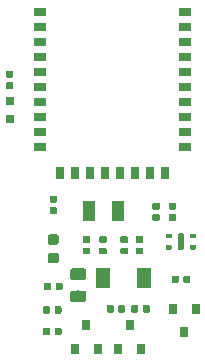
<source format=gbr>
G04 #@! TF.GenerationSoftware,KiCad,Pcbnew,(5.1.2-1)-1*
G04 #@! TF.CreationDate,2021-09-30T18:50:00+02:00*
G04 #@! TF.ProjectId,parasite,70617261-7369-4746-952e-6b696361645f,1.2.0*
G04 #@! TF.SameCoordinates,Original*
G04 #@! TF.FileFunction,Paste,Top*
G04 #@! TF.FilePolarity,Positive*
%FSLAX46Y46*%
G04 Gerber Fmt 4.6, Leading zero omitted, Abs format (unit mm)*
G04 Created by KiCad (PCBNEW (5.1.2-1)-1) date 2021-09-30 18:50:00*
%MOMM*%
%LPD*%
G04 APERTURE LIST*
%ADD10R,1.000000X0.650000*%
%ADD11R,0.650000X1.000000*%
%ADD12R,0.800000X0.800000*%
%ADD13C,0.100000*%
%ADD14C,0.590000*%
%ADD15C,0.500000*%
%ADD16C,0.350000*%
%ADD17R,1.000000X1.800000*%
%ADD18R,0.800000X0.900000*%
%ADD19C,0.875000*%
%ADD20C,0.975000*%
%ADD21R,1.300000X1.700000*%
G04 APERTURE END LIST*
D10*
X60881000Y-42600000D03*
X60881000Y-41330000D03*
X60881000Y-40060000D03*
X60881000Y-38790000D03*
X60881000Y-37520000D03*
X60881000Y-36250000D03*
X60881000Y-34980000D03*
X60881000Y-33710000D03*
X60881000Y-32440000D03*
X60881000Y-31170000D03*
X73119000Y-38790000D03*
X73119000Y-31170000D03*
X73119000Y-37520000D03*
X73119000Y-32440000D03*
X73119000Y-33710000D03*
X73119000Y-34980000D03*
X73119000Y-40060000D03*
X73119000Y-36250000D03*
X73119000Y-41330000D03*
X73119000Y-42600000D03*
D11*
X70150000Y-44819000D03*
X62530000Y-44819000D03*
X68880000Y-44819000D03*
X63800000Y-44819000D03*
X65070000Y-44819000D03*
X66340000Y-44819000D03*
X71420000Y-44819000D03*
X67610000Y-44819000D03*
D12*
X58300000Y-40200000D03*
X58300000Y-38700000D03*
D13*
G36*
X58486958Y-36135710D02*
G01*
X58501276Y-36137834D01*
X58515317Y-36141351D01*
X58528946Y-36146228D01*
X58542031Y-36152417D01*
X58554447Y-36159858D01*
X58566073Y-36168481D01*
X58576798Y-36178202D01*
X58586519Y-36188927D01*
X58595142Y-36200553D01*
X58602583Y-36212969D01*
X58608772Y-36226054D01*
X58613649Y-36239683D01*
X58617166Y-36253724D01*
X58619290Y-36268042D01*
X58620000Y-36282500D01*
X58620000Y-36577500D01*
X58619290Y-36591958D01*
X58617166Y-36606276D01*
X58613649Y-36620317D01*
X58608772Y-36633946D01*
X58602583Y-36647031D01*
X58595142Y-36659447D01*
X58586519Y-36671073D01*
X58576798Y-36681798D01*
X58566073Y-36691519D01*
X58554447Y-36700142D01*
X58542031Y-36707583D01*
X58528946Y-36713772D01*
X58515317Y-36718649D01*
X58501276Y-36722166D01*
X58486958Y-36724290D01*
X58472500Y-36725000D01*
X58127500Y-36725000D01*
X58113042Y-36724290D01*
X58098724Y-36722166D01*
X58084683Y-36718649D01*
X58071054Y-36713772D01*
X58057969Y-36707583D01*
X58045553Y-36700142D01*
X58033927Y-36691519D01*
X58023202Y-36681798D01*
X58013481Y-36671073D01*
X58004858Y-36659447D01*
X57997417Y-36647031D01*
X57991228Y-36633946D01*
X57986351Y-36620317D01*
X57982834Y-36606276D01*
X57980710Y-36591958D01*
X57980000Y-36577500D01*
X57980000Y-36282500D01*
X57980710Y-36268042D01*
X57982834Y-36253724D01*
X57986351Y-36239683D01*
X57991228Y-36226054D01*
X57997417Y-36212969D01*
X58004858Y-36200553D01*
X58013481Y-36188927D01*
X58023202Y-36178202D01*
X58033927Y-36168481D01*
X58045553Y-36159858D01*
X58057969Y-36152417D01*
X58071054Y-36146228D01*
X58084683Y-36141351D01*
X58098724Y-36137834D01*
X58113042Y-36135710D01*
X58127500Y-36135000D01*
X58472500Y-36135000D01*
X58486958Y-36135710D01*
X58486958Y-36135710D01*
G37*
D14*
X58300000Y-36430000D03*
D13*
G36*
X58486958Y-37105710D02*
G01*
X58501276Y-37107834D01*
X58515317Y-37111351D01*
X58528946Y-37116228D01*
X58542031Y-37122417D01*
X58554447Y-37129858D01*
X58566073Y-37138481D01*
X58576798Y-37148202D01*
X58586519Y-37158927D01*
X58595142Y-37170553D01*
X58602583Y-37182969D01*
X58608772Y-37196054D01*
X58613649Y-37209683D01*
X58617166Y-37223724D01*
X58619290Y-37238042D01*
X58620000Y-37252500D01*
X58620000Y-37547500D01*
X58619290Y-37561958D01*
X58617166Y-37576276D01*
X58613649Y-37590317D01*
X58608772Y-37603946D01*
X58602583Y-37617031D01*
X58595142Y-37629447D01*
X58586519Y-37641073D01*
X58576798Y-37651798D01*
X58566073Y-37661519D01*
X58554447Y-37670142D01*
X58542031Y-37677583D01*
X58528946Y-37683772D01*
X58515317Y-37688649D01*
X58501276Y-37692166D01*
X58486958Y-37694290D01*
X58472500Y-37695000D01*
X58127500Y-37695000D01*
X58113042Y-37694290D01*
X58098724Y-37692166D01*
X58084683Y-37688649D01*
X58071054Y-37683772D01*
X58057969Y-37677583D01*
X58045553Y-37670142D01*
X58033927Y-37661519D01*
X58023202Y-37651798D01*
X58013481Y-37641073D01*
X58004858Y-37629447D01*
X57997417Y-37617031D01*
X57991228Y-37603946D01*
X57986351Y-37590317D01*
X57982834Y-37576276D01*
X57980710Y-37561958D01*
X57980000Y-37547500D01*
X57980000Y-37252500D01*
X57980710Y-37238042D01*
X57982834Y-37223724D01*
X57986351Y-37209683D01*
X57991228Y-37196054D01*
X57997417Y-37182969D01*
X58004858Y-37170553D01*
X58013481Y-37158927D01*
X58023202Y-37148202D01*
X58033927Y-37138481D01*
X58045553Y-37129858D01*
X58057969Y-37122417D01*
X58071054Y-37116228D01*
X58084683Y-37111351D01*
X58098724Y-37107834D01*
X58113042Y-37105710D01*
X58127500Y-37105000D01*
X58472500Y-37105000D01*
X58486958Y-37105710D01*
X58486958Y-37105710D01*
G37*
D14*
X58300000Y-37400000D03*
D13*
G36*
X72937252Y-49900602D02*
G01*
X72949386Y-49902402D01*
X72961286Y-49905382D01*
X72972835Y-49909515D01*
X72983925Y-49914760D01*
X72994446Y-49921066D01*
X73004299Y-49928374D01*
X73013388Y-49936612D01*
X73021626Y-49945701D01*
X73028934Y-49955554D01*
X73035240Y-49966075D01*
X73040485Y-49977165D01*
X73044618Y-49988714D01*
X73047598Y-50000614D01*
X73049398Y-50012748D01*
X73050000Y-50025000D01*
X73050000Y-51175000D01*
X73049398Y-51187252D01*
X73047598Y-51199386D01*
X73044618Y-51211286D01*
X73040485Y-51222835D01*
X73035240Y-51233925D01*
X73028934Y-51244446D01*
X73021626Y-51254299D01*
X73013388Y-51263388D01*
X73004299Y-51271626D01*
X72994446Y-51278934D01*
X72983925Y-51285240D01*
X72972835Y-51290485D01*
X72961286Y-51294618D01*
X72949386Y-51297598D01*
X72937252Y-51299398D01*
X72925000Y-51300000D01*
X72675000Y-51300000D01*
X72662748Y-51299398D01*
X72650614Y-51297598D01*
X72638714Y-51294618D01*
X72627165Y-51290485D01*
X72616075Y-51285240D01*
X72605554Y-51278934D01*
X72595701Y-51271626D01*
X72586612Y-51263388D01*
X72578374Y-51254299D01*
X72571066Y-51244446D01*
X72564760Y-51233925D01*
X72559515Y-51222835D01*
X72555382Y-51211286D01*
X72552402Y-51199386D01*
X72550602Y-51187252D01*
X72550000Y-51175000D01*
X72550000Y-50025000D01*
X72550602Y-50012748D01*
X72552402Y-50000614D01*
X72555382Y-49988714D01*
X72559515Y-49977165D01*
X72564760Y-49966075D01*
X72571066Y-49955554D01*
X72578374Y-49945701D01*
X72586612Y-49936612D01*
X72595701Y-49928374D01*
X72605554Y-49921066D01*
X72616075Y-49914760D01*
X72627165Y-49909515D01*
X72638714Y-49905382D01*
X72650614Y-49902402D01*
X72662748Y-49900602D01*
X72675000Y-49900000D01*
X72925000Y-49900000D01*
X72937252Y-49900602D01*
X72937252Y-49900602D01*
G37*
D15*
X72800000Y-50600000D03*
D13*
G36*
X71971076Y-50925421D02*
G01*
X71979570Y-50926681D01*
X71987900Y-50928768D01*
X71995985Y-50931661D01*
X72003747Y-50935332D01*
X72011112Y-50939746D01*
X72018009Y-50944862D01*
X72024372Y-50950628D01*
X72030138Y-50956991D01*
X72035254Y-50963888D01*
X72039668Y-50971253D01*
X72043339Y-50979015D01*
X72046232Y-50987100D01*
X72048319Y-50995430D01*
X72049579Y-51003924D01*
X72050000Y-51012500D01*
X72050000Y-51187500D01*
X72049579Y-51196076D01*
X72048319Y-51204570D01*
X72046232Y-51212900D01*
X72043339Y-51220985D01*
X72039668Y-51228747D01*
X72035254Y-51236112D01*
X72030138Y-51243009D01*
X72024372Y-51249372D01*
X72018009Y-51255138D01*
X72011112Y-51260254D01*
X72003747Y-51264668D01*
X71995985Y-51268339D01*
X71987900Y-51271232D01*
X71979570Y-51273319D01*
X71971076Y-51274579D01*
X71962500Y-51275000D01*
X71587500Y-51275000D01*
X71578924Y-51274579D01*
X71570430Y-51273319D01*
X71562100Y-51271232D01*
X71554015Y-51268339D01*
X71546253Y-51264668D01*
X71538888Y-51260254D01*
X71531991Y-51255138D01*
X71525628Y-51249372D01*
X71519862Y-51243009D01*
X71514746Y-51236112D01*
X71510332Y-51228747D01*
X71506661Y-51220985D01*
X71503768Y-51212900D01*
X71501681Y-51204570D01*
X71500421Y-51196076D01*
X71500000Y-51187500D01*
X71500000Y-51012500D01*
X71500421Y-51003924D01*
X71501681Y-50995430D01*
X71503768Y-50987100D01*
X71506661Y-50979015D01*
X71510332Y-50971253D01*
X71514746Y-50963888D01*
X71519862Y-50956991D01*
X71525628Y-50950628D01*
X71531991Y-50944862D01*
X71538888Y-50939746D01*
X71546253Y-50935332D01*
X71554015Y-50931661D01*
X71562100Y-50928768D01*
X71570430Y-50926681D01*
X71578924Y-50925421D01*
X71587500Y-50925000D01*
X71962500Y-50925000D01*
X71971076Y-50925421D01*
X71971076Y-50925421D01*
G37*
D16*
X71775000Y-51100000D03*
D13*
G36*
X71971076Y-49925421D02*
G01*
X71979570Y-49926681D01*
X71987900Y-49928768D01*
X71995985Y-49931661D01*
X72003747Y-49935332D01*
X72011112Y-49939746D01*
X72018009Y-49944862D01*
X72024372Y-49950628D01*
X72030138Y-49956991D01*
X72035254Y-49963888D01*
X72039668Y-49971253D01*
X72043339Y-49979015D01*
X72046232Y-49987100D01*
X72048319Y-49995430D01*
X72049579Y-50003924D01*
X72050000Y-50012500D01*
X72050000Y-50187500D01*
X72049579Y-50196076D01*
X72048319Y-50204570D01*
X72046232Y-50212900D01*
X72043339Y-50220985D01*
X72039668Y-50228747D01*
X72035254Y-50236112D01*
X72030138Y-50243009D01*
X72024372Y-50249372D01*
X72018009Y-50255138D01*
X72011112Y-50260254D01*
X72003747Y-50264668D01*
X71995985Y-50268339D01*
X71987900Y-50271232D01*
X71979570Y-50273319D01*
X71971076Y-50274579D01*
X71962500Y-50275000D01*
X71587500Y-50275000D01*
X71578924Y-50274579D01*
X71570430Y-50273319D01*
X71562100Y-50271232D01*
X71554015Y-50268339D01*
X71546253Y-50264668D01*
X71538888Y-50260254D01*
X71531991Y-50255138D01*
X71525628Y-50249372D01*
X71519862Y-50243009D01*
X71514746Y-50236112D01*
X71510332Y-50228747D01*
X71506661Y-50220985D01*
X71503768Y-50212900D01*
X71501681Y-50204570D01*
X71500421Y-50196076D01*
X71500000Y-50187500D01*
X71500000Y-50012500D01*
X71500421Y-50003924D01*
X71501681Y-49995430D01*
X71503768Y-49987100D01*
X71506661Y-49979015D01*
X71510332Y-49971253D01*
X71514746Y-49963888D01*
X71519862Y-49956991D01*
X71525628Y-49950628D01*
X71531991Y-49944862D01*
X71538888Y-49939746D01*
X71546253Y-49935332D01*
X71554015Y-49931661D01*
X71562100Y-49928768D01*
X71570430Y-49926681D01*
X71578924Y-49925421D01*
X71587500Y-49925000D01*
X71962500Y-49925000D01*
X71971076Y-49925421D01*
X71971076Y-49925421D01*
G37*
D16*
X71775000Y-50100000D03*
D13*
G36*
X74021076Y-49925421D02*
G01*
X74029570Y-49926681D01*
X74037900Y-49928768D01*
X74045985Y-49931661D01*
X74053747Y-49935332D01*
X74061112Y-49939746D01*
X74068009Y-49944862D01*
X74074372Y-49950628D01*
X74080138Y-49956991D01*
X74085254Y-49963888D01*
X74089668Y-49971253D01*
X74093339Y-49979015D01*
X74096232Y-49987100D01*
X74098319Y-49995430D01*
X74099579Y-50003924D01*
X74100000Y-50012500D01*
X74100000Y-50187500D01*
X74099579Y-50196076D01*
X74098319Y-50204570D01*
X74096232Y-50212900D01*
X74093339Y-50220985D01*
X74089668Y-50228747D01*
X74085254Y-50236112D01*
X74080138Y-50243009D01*
X74074372Y-50249372D01*
X74068009Y-50255138D01*
X74061112Y-50260254D01*
X74053747Y-50264668D01*
X74045985Y-50268339D01*
X74037900Y-50271232D01*
X74029570Y-50273319D01*
X74021076Y-50274579D01*
X74012500Y-50275000D01*
X73637500Y-50275000D01*
X73628924Y-50274579D01*
X73620430Y-50273319D01*
X73612100Y-50271232D01*
X73604015Y-50268339D01*
X73596253Y-50264668D01*
X73588888Y-50260254D01*
X73581991Y-50255138D01*
X73575628Y-50249372D01*
X73569862Y-50243009D01*
X73564746Y-50236112D01*
X73560332Y-50228747D01*
X73556661Y-50220985D01*
X73553768Y-50212900D01*
X73551681Y-50204570D01*
X73550421Y-50196076D01*
X73550000Y-50187500D01*
X73550000Y-50012500D01*
X73550421Y-50003924D01*
X73551681Y-49995430D01*
X73553768Y-49987100D01*
X73556661Y-49979015D01*
X73560332Y-49971253D01*
X73564746Y-49963888D01*
X73569862Y-49956991D01*
X73575628Y-49950628D01*
X73581991Y-49944862D01*
X73588888Y-49939746D01*
X73596253Y-49935332D01*
X73604015Y-49931661D01*
X73612100Y-49928768D01*
X73620430Y-49926681D01*
X73628924Y-49925421D01*
X73637500Y-49925000D01*
X74012500Y-49925000D01*
X74021076Y-49925421D01*
X74021076Y-49925421D01*
G37*
D16*
X73825000Y-50100000D03*
D13*
G36*
X74021076Y-50925421D02*
G01*
X74029570Y-50926681D01*
X74037900Y-50928768D01*
X74045985Y-50931661D01*
X74053747Y-50935332D01*
X74061112Y-50939746D01*
X74068009Y-50944862D01*
X74074372Y-50950628D01*
X74080138Y-50956991D01*
X74085254Y-50963888D01*
X74089668Y-50971253D01*
X74093339Y-50979015D01*
X74096232Y-50987100D01*
X74098319Y-50995430D01*
X74099579Y-51003924D01*
X74100000Y-51012500D01*
X74100000Y-51187500D01*
X74099579Y-51196076D01*
X74098319Y-51204570D01*
X74096232Y-51212900D01*
X74093339Y-51220985D01*
X74089668Y-51228747D01*
X74085254Y-51236112D01*
X74080138Y-51243009D01*
X74074372Y-51249372D01*
X74068009Y-51255138D01*
X74061112Y-51260254D01*
X74053747Y-51264668D01*
X74045985Y-51268339D01*
X74037900Y-51271232D01*
X74029570Y-51273319D01*
X74021076Y-51274579D01*
X74012500Y-51275000D01*
X73637500Y-51275000D01*
X73628924Y-51274579D01*
X73620430Y-51273319D01*
X73612100Y-51271232D01*
X73604015Y-51268339D01*
X73596253Y-51264668D01*
X73588888Y-51260254D01*
X73581991Y-51255138D01*
X73575628Y-51249372D01*
X73569862Y-51243009D01*
X73564746Y-51236112D01*
X73560332Y-51228747D01*
X73556661Y-51220985D01*
X73553768Y-51212900D01*
X73551681Y-51204570D01*
X73550421Y-51196076D01*
X73550000Y-51187500D01*
X73550000Y-51012500D01*
X73550421Y-51003924D01*
X73551681Y-50995430D01*
X73553768Y-50987100D01*
X73556661Y-50979015D01*
X73560332Y-50971253D01*
X73564746Y-50963888D01*
X73569862Y-50956991D01*
X73575628Y-50950628D01*
X73581991Y-50944862D01*
X73588888Y-50939746D01*
X73596253Y-50935332D01*
X73604015Y-50931661D01*
X73612100Y-50928768D01*
X73620430Y-50926681D01*
X73628924Y-50925421D01*
X73637500Y-50925000D01*
X74012500Y-50925000D01*
X74021076Y-50925421D01*
X74021076Y-50925421D01*
G37*
D16*
X73825000Y-51100000D03*
D17*
X67500000Y-48000000D03*
X65000000Y-48000000D03*
D13*
G36*
X72286958Y-48275710D02*
G01*
X72301276Y-48277834D01*
X72315317Y-48281351D01*
X72328946Y-48286228D01*
X72342031Y-48292417D01*
X72354447Y-48299858D01*
X72366073Y-48308481D01*
X72376798Y-48318202D01*
X72386519Y-48328927D01*
X72395142Y-48340553D01*
X72402583Y-48352969D01*
X72408772Y-48366054D01*
X72413649Y-48379683D01*
X72417166Y-48393724D01*
X72419290Y-48408042D01*
X72420000Y-48422500D01*
X72420000Y-48717500D01*
X72419290Y-48731958D01*
X72417166Y-48746276D01*
X72413649Y-48760317D01*
X72408772Y-48773946D01*
X72402583Y-48787031D01*
X72395142Y-48799447D01*
X72386519Y-48811073D01*
X72376798Y-48821798D01*
X72366073Y-48831519D01*
X72354447Y-48840142D01*
X72342031Y-48847583D01*
X72328946Y-48853772D01*
X72315317Y-48858649D01*
X72301276Y-48862166D01*
X72286958Y-48864290D01*
X72272500Y-48865000D01*
X71927500Y-48865000D01*
X71913042Y-48864290D01*
X71898724Y-48862166D01*
X71884683Y-48858649D01*
X71871054Y-48853772D01*
X71857969Y-48847583D01*
X71845553Y-48840142D01*
X71833927Y-48831519D01*
X71823202Y-48821798D01*
X71813481Y-48811073D01*
X71804858Y-48799447D01*
X71797417Y-48787031D01*
X71791228Y-48773946D01*
X71786351Y-48760317D01*
X71782834Y-48746276D01*
X71780710Y-48731958D01*
X71780000Y-48717500D01*
X71780000Y-48422500D01*
X71780710Y-48408042D01*
X71782834Y-48393724D01*
X71786351Y-48379683D01*
X71791228Y-48366054D01*
X71797417Y-48352969D01*
X71804858Y-48340553D01*
X71813481Y-48328927D01*
X71823202Y-48318202D01*
X71833927Y-48308481D01*
X71845553Y-48299858D01*
X71857969Y-48292417D01*
X71871054Y-48286228D01*
X71884683Y-48281351D01*
X71898724Y-48277834D01*
X71913042Y-48275710D01*
X71927500Y-48275000D01*
X72272500Y-48275000D01*
X72286958Y-48275710D01*
X72286958Y-48275710D01*
G37*
D14*
X72100000Y-48570000D03*
D13*
G36*
X72286958Y-47305710D02*
G01*
X72301276Y-47307834D01*
X72315317Y-47311351D01*
X72328946Y-47316228D01*
X72342031Y-47322417D01*
X72354447Y-47329858D01*
X72366073Y-47338481D01*
X72376798Y-47348202D01*
X72386519Y-47358927D01*
X72395142Y-47370553D01*
X72402583Y-47382969D01*
X72408772Y-47396054D01*
X72413649Y-47409683D01*
X72417166Y-47423724D01*
X72419290Y-47438042D01*
X72420000Y-47452500D01*
X72420000Y-47747500D01*
X72419290Y-47761958D01*
X72417166Y-47776276D01*
X72413649Y-47790317D01*
X72408772Y-47803946D01*
X72402583Y-47817031D01*
X72395142Y-47829447D01*
X72386519Y-47841073D01*
X72376798Y-47851798D01*
X72366073Y-47861519D01*
X72354447Y-47870142D01*
X72342031Y-47877583D01*
X72328946Y-47883772D01*
X72315317Y-47888649D01*
X72301276Y-47892166D01*
X72286958Y-47894290D01*
X72272500Y-47895000D01*
X71927500Y-47895000D01*
X71913042Y-47894290D01*
X71898724Y-47892166D01*
X71884683Y-47888649D01*
X71871054Y-47883772D01*
X71857969Y-47877583D01*
X71845553Y-47870142D01*
X71833927Y-47861519D01*
X71823202Y-47851798D01*
X71813481Y-47841073D01*
X71804858Y-47829447D01*
X71797417Y-47817031D01*
X71791228Y-47803946D01*
X71786351Y-47790317D01*
X71782834Y-47776276D01*
X71780710Y-47761958D01*
X71780000Y-47747500D01*
X71780000Y-47452500D01*
X71780710Y-47438042D01*
X71782834Y-47423724D01*
X71786351Y-47409683D01*
X71791228Y-47396054D01*
X71797417Y-47382969D01*
X71804858Y-47370553D01*
X71813481Y-47358927D01*
X71823202Y-47348202D01*
X71833927Y-47338481D01*
X71845553Y-47329858D01*
X71857969Y-47322417D01*
X71871054Y-47316228D01*
X71884683Y-47311351D01*
X71898724Y-47307834D01*
X71913042Y-47305710D01*
X71927500Y-47305000D01*
X72272500Y-47305000D01*
X72286958Y-47305710D01*
X72286958Y-47305710D01*
G37*
D14*
X72100000Y-47600000D03*
D13*
G36*
X70886958Y-47305710D02*
G01*
X70901276Y-47307834D01*
X70915317Y-47311351D01*
X70928946Y-47316228D01*
X70942031Y-47322417D01*
X70954447Y-47329858D01*
X70966073Y-47338481D01*
X70976798Y-47348202D01*
X70986519Y-47358927D01*
X70995142Y-47370553D01*
X71002583Y-47382969D01*
X71008772Y-47396054D01*
X71013649Y-47409683D01*
X71017166Y-47423724D01*
X71019290Y-47438042D01*
X71020000Y-47452500D01*
X71020000Y-47747500D01*
X71019290Y-47761958D01*
X71017166Y-47776276D01*
X71013649Y-47790317D01*
X71008772Y-47803946D01*
X71002583Y-47817031D01*
X70995142Y-47829447D01*
X70986519Y-47841073D01*
X70976798Y-47851798D01*
X70966073Y-47861519D01*
X70954447Y-47870142D01*
X70942031Y-47877583D01*
X70928946Y-47883772D01*
X70915317Y-47888649D01*
X70901276Y-47892166D01*
X70886958Y-47894290D01*
X70872500Y-47895000D01*
X70527500Y-47895000D01*
X70513042Y-47894290D01*
X70498724Y-47892166D01*
X70484683Y-47888649D01*
X70471054Y-47883772D01*
X70457969Y-47877583D01*
X70445553Y-47870142D01*
X70433927Y-47861519D01*
X70423202Y-47851798D01*
X70413481Y-47841073D01*
X70404858Y-47829447D01*
X70397417Y-47817031D01*
X70391228Y-47803946D01*
X70386351Y-47790317D01*
X70382834Y-47776276D01*
X70380710Y-47761958D01*
X70380000Y-47747500D01*
X70380000Y-47452500D01*
X70380710Y-47438042D01*
X70382834Y-47423724D01*
X70386351Y-47409683D01*
X70391228Y-47396054D01*
X70397417Y-47382969D01*
X70404858Y-47370553D01*
X70413481Y-47358927D01*
X70423202Y-47348202D01*
X70433927Y-47338481D01*
X70445553Y-47329858D01*
X70457969Y-47322417D01*
X70471054Y-47316228D01*
X70484683Y-47311351D01*
X70498724Y-47307834D01*
X70513042Y-47305710D01*
X70527500Y-47305000D01*
X70872500Y-47305000D01*
X70886958Y-47305710D01*
X70886958Y-47305710D01*
G37*
D14*
X70700000Y-47600000D03*
D13*
G36*
X70886958Y-48275710D02*
G01*
X70901276Y-48277834D01*
X70915317Y-48281351D01*
X70928946Y-48286228D01*
X70942031Y-48292417D01*
X70954447Y-48299858D01*
X70966073Y-48308481D01*
X70976798Y-48318202D01*
X70986519Y-48328927D01*
X70995142Y-48340553D01*
X71002583Y-48352969D01*
X71008772Y-48366054D01*
X71013649Y-48379683D01*
X71017166Y-48393724D01*
X71019290Y-48408042D01*
X71020000Y-48422500D01*
X71020000Y-48717500D01*
X71019290Y-48731958D01*
X71017166Y-48746276D01*
X71013649Y-48760317D01*
X71008772Y-48773946D01*
X71002583Y-48787031D01*
X70995142Y-48799447D01*
X70986519Y-48811073D01*
X70976798Y-48821798D01*
X70966073Y-48831519D01*
X70954447Y-48840142D01*
X70942031Y-48847583D01*
X70928946Y-48853772D01*
X70915317Y-48858649D01*
X70901276Y-48862166D01*
X70886958Y-48864290D01*
X70872500Y-48865000D01*
X70527500Y-48865000D01*
X70513042Y-48864290D01*
X70498724Y-48862166D01*
X70484683Y-48858649D01*
X70471054Y-48853772D01*
X70457969Y-48847583D01*
X70445553Y-48840142D01*
X70433927Y-48831519D01*
X70423202Y-48821798D01*
X70413481Y-48811073D01*
X70404858Y-48799447D01*
X70397417Y-48787031D01*
X70391228Y-48773946D01*
X70386351Y-48760317D01*
X70382834Y-48746276D01*
X70380710Y-48731958D01*
X70380000Y-48717500D01*
X70380000Y-48422500D01*
X70380710Y-48408042D01*
X70382834Y-48393724D01*
X70386351Y-48379683D01*
X70391228Y-48366054D01*
X70397417Y-48352969D01*
X70404858Y-48340553D01*
X70413481Y-48328927D01*
X70423202Y-48318202D01*
X70433927Y-48308481D01*
X70445553Y-48299858D01*
X70457969Y-48292417D01*
X70471054Y-48286228D01*
X70484683Y-48281351D01*
X70498724Y-48277834D01*
X70513042Y-48275710D01*
X70527500Y-48275000D01*
X70872500Y-48275000D01*
X70886958Y-48275710D01*
X70886958Y-48275710D01*
G37*
D14*
X70700000Y-48570000D03*
D13*
G36*
X69486958Y-50135710D02*
G01*
X69501276Y-50137834D01*
X69515317Y-50141351D01*
X69528946Y-50146228D01*
X69542031Y-50152417D01*
X69554447Y-50159858D01*
X69566073Y-50168481D01*
X69576798Y-50178202D01*
X69586519Y-50188927D01*
X69595142Y-50200553D01*
X69602583Y-50212969D01*
X69608772Y-50226054D01*
X69613649Y-50239683D01*
X69617166Y-50253724D01*
X69619290Y-50268042D01*
X69620000Y-50282500D01*
X69620000Y-50577500D01*
X69619290Y-50591958D01*
X69617166Y-50606276D01*
X69613649Y-50620317D01*
X69608772Y-50633946D01*
X69602583Y-50647031D01*
X69595142Y-50659447D01*
X69586519Y-50671073D01*
X69576798Y-50681798D01*
X69566073Y-50691519D01*
X69554447Y-50700142D01*
X69542031Y-50707583D01*
X69528946Y-50713772D01*
X69515317Y-50718649D01*
X69501276Y-50722166D01*
X69486958Y-50724290D01*
X69472500Y-50725000D01*
X69127500Y-50725000D01*
X69113042Y-50724290D01*
X69098724Y-50722166D01*
X69084683Y-50718649D01*
X69071054Y-50713772D01*
X69057969Y-50707583D01*
X69045553Y-50700142D01*
X69033927Y-50691519D01*
X69023202Y-50681798D01*
X69013481Y-50671073D01*
X69004858Y-50659447D01*
X68997417Y-50647031D01*
X68991228Y-50633946D01*
X68986351Y-50620317D01*
X68982834Y-50606276D01*
X68980710Y-50591958D01*
X68980000Y-50577500D01*
X68980000Y-50282500D01*
X68980710Y-50268042D01*
X68982834Y-50253724D01*
X68986351Y-50239683D01*
X68991228Y-50226054D01*
X68997417Y-50212969D01*
X69004858Y-50200553D01*
X69013481Y-50188927D01*
X69023202Y-50178202D01*
X69033927Y-50168481D01*
X69045553Y-50159858D01*
X69057969Y-50152417D01*
X69071054Y-50146228D01*
X69084683Y-50141351D01*
X69098724Y-50137834D01*
X69113042Y-50135710D01*
X69127500Y-50135000D01*
X69472500Y-50135000D01*
X69486958Y-50135710D01*
X69486958Y-50135710D01*
G37*
D14*
X69300000Y-50430000D03*
D13*
G36*
X69486958Y-51105710D02*
G01*
X69501276Y-51107834D01*
X69515317Y-51111351D01*
X69528946Y-51116228D01*
X69542031Y-51122417D01*
X69554447Y-51129858D01*
X69566073Y-51138481D01*
X69576798Y-51148202D01*
X69586519Y-51158927D01*
X69595142Y-51170553D01*
X69602583Y-51182969D01*
X69608772Y-51196054D01*
X69613649Y-51209683D01*
X69617166Y-51223724D01*
X69619290Y-51238042D01*
X69620000Y-51252500D01*
X69620000Y-51547500D01*
X69619290Y-51561958D01*
X69617166Y-51576276D01*
X69613649Y-51590317D01*
X69608772Y-51603946D01*
X69602583Y-51617031D01*
X69595142Y-51629447D01*
X69586519Y-51641073D01*
X69576798Y-51651798D01*
X69566073Y-51661519D01*
X69554447Y-51670142D01*
X69542031Y-51677583D01*
X69528946Y-51683772D01*
X69515317Y-51688649D01*
X69501276Y-51692166D01*
X69486958Y-51694290D01*
X69472500Y-51695000D01*
X69127500Y-51695000D01*
X69113042Y-51694290D01*
X69098724Y-51692166D01*
X69084683Y-51688649D01*
X69071054Y-51683772D01*
X69057969Y-51677583D01*
X69045553Y-51670142D01*
X69033927Y-51661519D01*
X69023202Y-51651798D01*
X69013481Y-51641073D01*
X69004858Y-51629447D01*
X68997417Y-51617031D01*
X68991228Y-51603946D01*
X68986351Y-51590317D01*
X68982834Y-51576276D01*
X68980710Y-51561958D01*
X68980000Y-51547500D01*
X68980000Y-51252500D01*
X68980710Y-51238042D01*
X68982834Y-51223724D01*
X68986351Y-51209683D01*
X68991228Y-51196054D01*
X68997417Y-51182969D01*
X69004858Y-51170553D01*
X69013481Y-51158927D01*
X69023202Y-51148202D01*
X69033927Y-51138481D01*
X69045553Y-51129858D01*
X69057969Y-51122417D01*
X69071054Y-51116228D01*
X69084683Y-51111351D01*
X69098724Y-51107834D01*
X69113042Y-51105710D01*
X69127500Y-51105000D01*
X69472500Y-51105000D01*
X69486958Y-51105710D01*
X69486958Y-51105710D01*
G37*
D14*
X69300000Y-51400000D03*
D13*
G36*
X70031958Y-55980710D02*
G01*
X70046276Y-55982834D01*
X70060317Y-55986351D01*
X70073946Y-55991228D01*
X70087031Y-55997417D01*
X70099447Y-56004858D01*
X70111073Y-56013481D01*
X70121798Y-56023202D01*
X70131519Y-56033927D01*
X70140142Y-56045553D01*
X70147583Y-56057969D01*
X70153772Y-56071054D01*
X70158649Y-56084683D01*
X70162166Y-56098724D01*
X70164290Y-56113042D01*
X70165000Y-56127500D01*
X70165000Y-56472500D01*
X70164290Y-56486958D01*
X70162166Y-56501276D01*
X70158649Y-56515317D01*
X70153772Y-56528946D01*
X70147583Y-56542031D01*
X70140142Y-56554447D01*
X70131519Y-56566073D01*
X70121798Y-56576798D01*
X70111073Y-56586519D01*
X70099447Y-56595142D01*
X70087031Y-56602583D01*
X70073946Y-56608772D01*
X70060317Y-56613649D01*
X70046276Y-56617166D01*
X70031958Y-56619290D01*
X70017500Y-56620000D01*
X69722500Y-56620000D01*
X69708042Y-56619290D01*
X69693724Y-56617166D01*
X69679683Y-56613649D01*
X69666054Y-56608772D01*
X69652969Y-56602583D01*
X69640553Y-56595142D01*
X69628927Y-56586519D01*
X69618202Y-56576798D01*
X69608481Y-56566073D01*
X69599858Y-56554447D01*
X69592417Y-56542031D01*
X69586228Y-56528946D01*
X69581351Y-56515317D01*
X69577834Y-56501276D01*
X69575710Y-56486958D01*
X69575000Y-56472500D01*
X69575000Y-56127500D01*
X69575710Y-56113042D01*
X69577834Y-56098724D01*
X69581351Y-56084683D01*
X69586228Y-56071054D01*
X69592417Y-56057969D01*
X69599858Y-56045553D01*
X69608481Y-56033927D01*
X69618202Y-56023202D01*
X69628927Y-56013481D01*
X69640553Y-56004858D01*
X69652969Y-55997417D01*
X69666054Y-55991228D01*
X69679683Y-55986351D01*
X69693724Y-55982834D01*
X69708042Y-55980710D01*
X69722500Y-55980000D01*
X70017500Y-55980000D01*
X70031958Y-55980710D01*
X70031958Y-55980710D01*
G37*
D14*
X69870000Y-56300000D03*
D13*
G36*
X69061958Y-55980710D02*
G01*
X69076276Y-55982834D01*
X69090317Y-55986351D01*
X69103946Y-55991228D01*
X69117031Y-55997417D01*
X69129447Y-56004858D01*
X69141073Y-56013481D01*
X69151798Y-56023202D01*
X69161519Y-56033927D01*
X69170142Y-56045553D01*
X69177583Y-56057969D01*
X69183772Y-56071054D01*
X69188649Y-56084683D01*
X69192166Y-56098724D01*
X69194290Y-56113042D01*
X69195000Y-56127500D01*
X69195000Y-56472500D01*
X69194290Y-56486958D01*
X69192166Y-56501276D01*
X69188649Y-56515317D01*
X69183772Y-56528946D01*
X69177583Y-56542031D01*
X69170142Y-56554447D01*
X69161519Y-56566073D01*
X69151798Y-56576798D01*
X69141073Y-56586519D01*
X69129447Y-56595142D01*
X69117031Y-56602583D01*
X69103946Y-56608772D01*
X69090317Y-56613649D01*
X69076276Y-56617166D01*
X69061958Y-56619290D01*
X69047500Y-56620000D01*
X68752500Y-56620000D01*
X68738042Y-56619290D01*
X68723724Y-56617166D01*
X68709683Y-56613649D01*
X68696054Y-56608772D01*
X68682969Y-56602583D01*
X68670553Y-56595142D01*
X68658927Y-56586519D01*
X68648202Y-56576798D01*
X68638481Y-56566073D01*
X68629858Y-56554447D01*
X68622417Y-56542031D01*
X68616228Y-56528946D01*
X68611351Y-56515317D01*
X68607834Y-56501276D01*
X68605710Y-56486958D01*
X68605000Y-56472500D01*
X68605000Y-56127500D01*
X68605710Y-56113042D01*
X68607834Y-56098724D01*
X68611351Y-56084683D01*
X68616228Y-56071054D01*
X68622417Y-56057969D01*
X68629858Y-56045553D01*
X68638481Y-56033927D01*
X68648202Y-56023202D01*
X68658927Y-56013481D01*
X68670553Y-56004858D01*
X68682969Y-55997417D01*
X68696054Y-55991228D01*
X68709683Y-55986351D01*
X68723724Y-55982834D01*
X68738042Y-55980710D01*
X68752500Y-55980000D01*
X69047500Y-55980000D01*
X69061958Y-55980710D01*
X69061958Y-55980710D01*
G37*
D14*
X68900000Y-56300000D03*
D13*
G36*
X61591958Y-57880710D02*
G01*
X61606276Y-57882834D01*
X61620317Y-57886351D01*
X61633946Y-57891228D01*
X61647031Y-57897417D01*
X61659447Y-57904858D01*
X61671073Y-57913481D01*
X61681798Y-57923202D01*
X61691519Y-57933927D01*
X61700142Y-57945553D01*
X61707583Y-57957969D01*
X61713772Y-57971054D01*
X61718649Y-57984683D01*
X61722166Y-57998724D01*
X61724290Y-58013042D01*
X61725000Y-58027500D01*
X61725000Y-58372500D01*
X61724290Y-58386958D01*
X61722166Y-58401276D01*
X61718649Y-58415317D01*
X61713772Y-58428946D01*
X61707583Y-58442031D01*
X61700142Y-58454447D01*
X61691519Y-58466073D01*
X61681798Y-58476798D01*
X61671073Y-58486519D01*
X61659447Y-58495142D01*
X61647031Y-58502583D01*
X61633946Y-58508772D01*
X61620317Y-58513649D01*
X61606276Y-58517166D01*
X61591958Y-58519290D01*
X61577500Y-58520000D01*
X61282500Y-58520000D01*
X61268042Y-58519290D01*
X61253724Y-58517166D01*
X61239683Y-58513649D01*
X61226054Y-58508772D01*
X61212969Y-58502583D01*
X61200553Y-58495142D01*
X61188927Y-58486519D01*
X61178202Y-58476798D01*
X61168481Y-58466073D01*
X61159858Y-58454447D01*
X61152417Y-58442031D01*
X61146228Y-58428946D01*
X61141351Y-58415317D01*
X61137834Y-58401276D01*
X61135710Y-58386958D01*
X61135000Y-58372500D01*
X61135000Y-58027500D01*
X61135710Y-58013042D01*
X61137834Y-57998724D01*
X61141351Y-57984683D01*
X61146228Y-57971054D01*
X61152417Y-57957969D01*
X61159858Y-57945553D01*
X61168481Y-57933927D01*
X61178202Y-57923202D01*
X61188927Y-57913481D01*
X61200553Y-57904858D01*
X61212969Y-57897417D01*
X61226054Y-57891228D01*
X61239683Y-57886351D01*
X61253724Y-57882834D01*
X61268042Y-57880710D01*
X61282500Y-57880000D01*
X61577500Y-57880000D01*
X61591958Y-57880710D01*
X61591958Y-57880710D01*
G37*
D14*
X61430000Y-58200000D03*
D13*
G36*
X62561958Y-57880710D02*
G01*
X62576276Y-57882834D01*
X62590317Y-57886351D01*
X62603946Y-57891228D01*
X62617031Y-57897417D01*
X62629447Y-57904858D01*
X62641073Y-57913481D01*
X62651798Y-57923202D01*
X62661519Y-57933927D01*
X62670142Y-57945553D01*
X62677583Y-57957969D01*
X62683772Y-57971054D01*
X62688649Y-57984683D01*
X62692166Y-57998724D01*
X62694290Y-58013042D01*
X62695000Y-58027500D01*
X62695000Y-58372500D01*
X62694290Y-58386958D01*
X62692166Y-58401276D01*
X62688649Y-58415317D01*
X62683772Y-58428946D01*
X62677583Y-58442031D01*
X62670142Y-58454447D01*
X62661519Y-58466073D01*
X62651798Y-58476798D01*
X62641073Y-58486519D01*
X62629447Y-58495142D01*
X62617031Y-58502583D01*
X62603946Y-58508772D01*
X62590317Y-58513649D01*
X62576276Y-58517166D01*
X62561958Y-58519290D01*
X62547500Y-58520000D01*
X62252500Y-58520000D01*
X62238042Y-58519290D01*
X62223724Y-58517166D01*
X62209683Y-58513649D01*
X62196054Y-58508772D01*
X62182969Y-58502583D01*
X62170553Y-58495142D01*
X62158927Y-58486519D01*
X62148202Y-58476798D01*
X62138481Y-58466073D01*
X62129858Y-58454447D01*
X62122417Y-58442031D01*
X62116228Y-58428946D01*
X62111351Y-58415317D01*
X62107834Y-58401276D01*
X62105710Y-58386958D01*
X62105000Y-58372500D01*
X62105000Y-58027500D01*
X62105710Y-58013042D01*
X62107834Y-57998724D01*
X62111351Y-57984683D01*
X62116228Y-57971054D01*
X62122417Y-57957969D01*
X62129858Y-57945553D01*
X62138481Y-57933927D01*
X62148202Y-57923202D01*
X62158927Y-57913481D01*
X62170553Y-57904858D01*
X62182969Y-57897417D01*
X62196054Y-57891228D01*
X62209683Y-57886351D01*
X62223724Y-57882834D01*
X62238042Y-57880710D01*
X62252500Y-57880000D01*
X62547500Y-57880000D01*
X62561958Y-57880710D01*
X62561958Y-57880710D01*
G37*
D14*
X62400000Y-58200000D03*
D13*
G36*
X67946958Y-55980710D02*
G01*
X67961276Y-55982834D01*
X67975317Y-55986351D01*
X67988946Y-55991228D01*
X68002031Y-55997417D01*
X68014447Y-56004858D01*
X68026073Y-56013481D01*
X68036798Y-56023202D01*
X68046519Y-56033927D01*
X68055142Y-56045553D01*
X68062583Y-56057969D01*
X68068772Y-56071054D01*
X68073649Y-56084683D01*
X68077166Y-56098724D01*
X68079290Y-56113042D01*
X68080000Y-56127500D01*
X68080000Y-56472500D01*
X68079290Y-56486958D01*
X68077166Y-56501276D01*
X68073649Y-56515317D01*
X68068772Y-56528946D01*
X68062583Y-56542031D01*
X68055142Y-56554447D01*
X68046519Y-56566073D01*
X68036798Y-56576798D01*
X68026073Y-56586519D01*
X68014447Y-56595142D01*
X68002031Y-56602583D01*
X67988946Y-56608772D01*
X67975317Y-56613649D01*
X67961276Y-56617166D01*
X67946958Y-56619290D01*
X67932500Y-56620000D01*
X67637500Y-56620000D01*
X67623042Y-56619290D01*
X67608724Y-56617166D01*
X67594683Y-56613649D01*
X67581054Y-56608772D01*
X67567969Y-56602583D01*
X67555553Y-56595142D01*
X67543927Y-56586519D01*
X67533202Y-56576798D01*
X67523481Y-56566073D01*
X67514858Y-56554447D01*
X67507417Y-56542031D01*
X67501228Y-56528946D01*
X67496351Y-56515317D01*
X67492834Y-56501276D01*
X67490710Y-56486958D01*
X67490000Y-56472500D01*
X67490000Y-56127500D01*
X67490710Y-56113042D01*
X67492834Y-56098724D01*
X67496351Y-56084683D01*
X67501228Y-56071054D01*
X67507417Y-56057969D01*
X67514858Y-56045553D01*
X67523481Y-56033927D01*
X67533202Y-56023202D01*
X67543927Y-56013481D01*
X67555553Y-56004858D01*
X67567969Y-55997417D01*
X67581054Y-55991228D01*
X67594683Y-55986351D01*
X67608724Y-55982834D01*
X67623042Y-55980710D01*
X67637500Y-55980000D01*
X67932500Y-55980000D01*
X67946958Y-55980710D01*
X67946958Y-55980710D01*
G37*
D14*
X67785000Y-56300000D03*
D13*
G36*
X66976958Y-55980710D02*
G01*
X66991276Y-55982834D01*
X67005317Y-55986351D01*
X67018946Y-55991228D01*
X67032031Y-55997417D01*
X67044447Y-56004858D01*
X67056073Y-56013481D01*
X67066798Y-56023202D01*
X67076519Y-56033927D01*
X67085142Y-56045553D01*
X67092583Y-56057969D01*
X67098772Y-56071054D01*
X67103649Y-56084683D01*
X67107166Y-56098724D01*
X67109290Y-56113042D01*
X67110000Y-56127500D01*
X67110000Y-56472500D01*
X67109290Y-56486958D01*
X67107166Y-56501276D01*
X67103649Y-56515317D01*
X67098772Y-56528946D01*
X67092583Y-56542031D01*
X67085142Y-56554447D01*
X67076519Y-56566073D01*
X67066798Y-56576798D01*
X67056073Y-56586519D01*
X67044447Y-56595142D01*
X67032031Y-56602583D01*
X67018946Y-56608772D01*
X67005317Y-56613649D01*
X66991276Y-56617166D01*
X66976958Y-56619290D01*
X66962500Y-56620000D01*
X66667500Y-56620000D01*
X66653042Y-56619290D01*
X66638724Y-56617166D01*
X66624683Y-56613649D01*
X66611054Y-56608772D01*
X66597969Y-56602583D01*
X66585553Y-56595142D01*
X66573927Y-56586519D01*
X66563202Y-56576798D01*
X66553481Y-56566073D01*
X66544858Y-56554447D01*
X66537417Y-56542031D01*
X66531228Y-56528946D01*
X66526351Y-56515317D01*
X66522834Y-56501276D01*
X66520710Y-56486958D01*
X66520000Y-56472500D01*
X66520000Y-56127500D01*
X66520710Y-56113042D01*
X66522834Y-56098724D01*
X66526351Y-56084683D01*
X66531228Y-56071054D01*
X66537417Y-56057969D01*
X66544858Y-56045553D01*
X66553481Y-56033927D01*
X66563202Y-56023202D01*
X66573927Y-56013481D01*
X66585553Y-56004858D01*
X66597969Y-55997417D01*
X66611054Y-55991228D01*
X66624683Y-55986351D01*
X66638724Y-55982834D01*
X66653042Y-55980710D01*
X66667500Y-55980000D01*
X66962500Y-55980000D01*
X66976958Y-55980710D01*
X66976958Y-55980710D01*
G37*
D14*
X66815000Y-56300000D03*
D13*
G36*
X62186958Y-47675710D02*
G01*
X62201276Y-47677834D01*
X62215317Y-47681351D01*
X62228946Y-47686228D01*
X62242031Y-47692417D01*
X62254447Y-47699858D01*
X62266073Y-47708481D01*
X62276798Y-47718202D01*
X62286519Y-47728927D01*
X62295142Y-47740553D01*
X62302583Y-47752969D01*
X62308772Y-47766054D01*
X62313649Y-47779683D01*
X62317166Y-47793724D01*
X62319290Y-47808042D01*
X62320000Y-47822500D01*
X62320000Y-48117500D01*
X62319290Y-48131958D01*
X62317166Y-48146276D01*
X62313649Y-48160317D01*
X62308772Y-48173946D01*
X62302583Y-48187031D01*
X62295142Y-48199447D01*
X62286519Y-48211073D01*
X62276798Y-48221798D01*
X62266073Y-48231519D01*
X62254447Y-48240142D01*
X62242031Y-48247583D01*
X62228946Y-48253772D01*
X62215317Y-48258649D01*
X62201276Y-48262166D01*
X62186958Y-48264290D01*
X62172500Y-48265000D01*
X61827500Y-48265000D01*
X61813042Y-48264290D01*
X61798724Y-48262166D01*
X61784683Y-48258649D01*
X61771054Y-48253772D01*
X61757969Y-48247583D01*
X61745553Y-48240142D01*
X61733927Y-48231519D01*
X61723202Y-48221798D01*
X61713481Y-48211073D01*
X61704858Y-48199447D01*
X61697417Y-48187031D01*
X61691228Y-48173946D01*
X61686351Y-48160317D01*
X61682834Y-48146276D01*
X61680710Y-48131958D01*
X61680000Y-48117500D01*
X61680000Y-47822500D01*
X61680710Y-47808042D01*
X61682834Y-47793724D01*
X61686351Y-47779683D01*
X61691228Y-47766054D01*
X61697417Y-47752969D01*
X61704858Y-47740553D01*
X61713481Y-47728927D01*
X61723202Y-47718202D01*
X61733927Y-47708481D01*
X61745553Y-47699858D01*
X61757969Y-47692417D01*
X61771054Y-47686228D01*
X61784683Y-47681351D01*
X61798724Y-47677834D01*
X61813042Y-47675710D01*
X61827500Y-47675000D01*
X62172500Y-47675000D01*
X62186958Y-47675710D01*
X62186958Y-47675710D01*
G37*
D14*
X62000000Y-47970000D03*
D13*
G36*
X62186958Y-46705710D02*
G01*
X62201276Y-46707834D01*
X62215317Y-46711351D01*
X62228946Y-46716228D01*
X62242031Y-46722417D01*
X62254447Y-46729858D01*
X62266073Y-46738481D01*
X62276798Y-46748202D01*
X62286519Y-46758927D01*
X62295142Y-46770553D01*
X62302583Y-46782969D01*
X62308772Y-46796054D01*
X62313649Y-46809683D01*
X62317166Y-46823724D01*
X62319290Y-46838042D01*
X62320000Y-46852500D01*
X62320000Y-47147500D01*
X62319290Y-47161958D01*
X62317166Y-47176276D01*
X62313649Y-47190317D01*
X62308772Y-47203946D01*
X62302583Y-47217031D01*
X62295142Y-47229447D01*
X62286519Y-47241073D01*
X62276798Y-47251798D01*
X62266073Y-47261519D01*
X62254447Y-47270142D01*
X62242031Y-47277583D01*
X62228946Y-47283772D01*
X62215317Y-47288649D01*
X62201276Y-47292166D01*
X62186958Y-47294290D01*
X62172500Y-47295000D01*
X61827500Y-47295000D01*
X61813042Y-47294290D01*
X61798724Y-47292166D01*
X61784683Y-47288649D01*
X61771054Y-47283772D01*
X61757969Y-47277583D01*
X61745553Y-47270142D01*
X61733927Y-47261519D01*
X61723202Y-47251798D01*
X61713481Y-47241073D01*
X61704858Y-47229447D01*
X61697417Y-47217031D01*
X61691228Y-47203946D01*
X61686351Y-47190317D01*
X61682834Y-47176276D01*
X61680710Y-47161958D01*
X61680000Y-47147500D01*
X61680000Y-46852500D01*
X61680710Y-46838042D01*
X61682834Y-46823724D01*
X61686351Y-46809683D01*
X61691228Y-46796054D01*
X61697417Y-46782969D01*
X61704858Y-46770553D01*
X61713481Y-46758927D01*
X61723202Y-46748202D01*
X61733927Y-46738481D01*
X61745553Y-46729858D01*
X61757969Y-46722417D01*
X61771054Y-46716228D01*
X61784683Y-46711351D01*
X61798724Y-46707834D01*
X61813042Y-46705710D01*
X61827500Y-46705000D01*
X62172500Y-46705000D01*
X62186958Y-46705710D01*
X62186958Y-46705710D01*
G37*
D14*
X62000000Y-47000000D03*
D13*
G36*
X62646958Y-54080710D02*
G01*
X62661276Y-54082834D01*
X62675317Y-54086351D01*
X62688946Y-54091228D01*
X62702031Y-54097417D01*
X62714447Y-54104858D01*
X62726073Y-54113481D01*
X62736798Y-54123202D01*
X62746519Y-54133927D01*
X62755142Y-54145553D01*
X62762583Y-54157969D01*
X62768772Y-54171054D01*
X62773649Y-54184683D01*
X62777166Y-54198724D01*
X62779290Y-54213042D01*
X62780000Y-54227500D01*
X62780000Y-54572500D01*
X62779290Y-54586958D01*
X62777166Y-54601276D01*
X62773649Y-54615317D01*
X62768772Y-54628946D01*
X62762583Y-54642031D01*
X62755142Y-54654447D01*
X62746519Y-54666073D01*
X62736798Y-54676798D01*
X62726073Y-54686519D01*
X62714447Y-54695142D01*
X62702031Y-54702583D01*
X62688946Y-54708772D01*
X62675317Y-54713649D01*
X62661276Y-54717166D01*
X62646958Y-54719290D01*
X62632500Y-54720000D01*
X62337500Y-54720000D01*
X62323042Y-54719290D01*
X62308724Y-54717166D01*
X62294683Y-54713649D01*
X62281054Y-54708772D01*
X62267969Y-54702583D01*
X62255553Y-54695142D01*
X62243927Y-54686519D01*
X62233202Y-54676798D01*
X62223481Y-54666073D01*
X62214858Y-54654447D01*
X62207417Y-54642031D01*
X62201228Y-54628946D01*
X62196351Y-54615317D01*
X62192834Y-54601276D01*
X62190710Y-54586958D01*
X62190000Y-54572500D01*
X62190000Y-54227500D01*
X62190710Y-54213042D01*
X62192834Y-54198724D01*
X62196351Y-54184683D01*
X62201228Y-54171054D01*
X62207417Y-54157969D01*
X62214858Y-54145553D01*
X62223481Y-54133927D01*
X62233202Y-54123202D01*
X62243927Y-54113481D01*
X62255553Y-54104858D01*
X62267969Y-54097417D01*
X62281054Y-54091228D01*
X62294683Y-54086351D01*
X62308724Y-54082834D01*
X62323042Y-54080710D01*
X62337500Y-54080000D01*
X62632500Y-54080000D01*
X62646958Y-54080710D01*
X62646958Y-54080710D01*
G37*
D14*
X62485000Y-54400000D03*
D13*
G36*
X61676958Y-54080710D02*
G01*
X61691276Y-54082834D01*
X61705317Y-54086351D01*
X61718946Y-54091228D01*
X61732031Y-54097417D01*
X61744447Y-54104858D01*
X61756073Y-54113481D01*
X61766798Y-54123202D01*
X61776519Y-54133927D01*
X61785142Y-54145553D01*
X61792583Y-54157969D01*
X61798772Y-54171054D01*
X61803649Y-54184683D01*
X61807166Y-54198724D01*
X61809290Y-54213042D01*
X61810000Y-54227500D01*
X61810000Y-54572500D01*
X61809290Y-54586958D01*
X61807166Y-54601276D01*
X61803649Y-54615317D01*
X61798772Y-54628946D01*
X61792583Y-54642031D01*
X61785142Y-54654447D01*
X61776519Y-54666073D01*
X61766798Y-54676798D01*
X61756073Y-54686519D01*
X61744447Y-54695142D01*
X61732031Y-54702583D01*
X61718946Y-54708772D01*
X61705317Y-54713649D01*
X61691276Y-54717166D01*
X61676958Y-54719290D01*
X61662500Y-54720000D01*
X61367500Y-54720000D01*
X61353042Y-54719290D01*
X61338724Y-54717166D01*
X61324683Y-54713649D01*
X61311054Y-54708772D01*
X61297969Y-54702583D01*
X61285553Y-54695142D01*
X61273927Y-54686519D01*
X61263202Y-54676798D01*
X61253481Y-54666073D01*
X61244858Y-54654447D01*
X61237417Y-54642031D01*
X61231228Y-54628946D01*
X61226351Y-54615317D01*
X61222834Y-54601276D01*
X61220710Y-54586958D01*
X61220000Y-54572500D01*
X61220000Y-54227500D01*
X61220710Y-54213042D01*
X61222834Y-54198724D01*
X61226351Y-54184683D01*
X61231228Y-54171054D01*
X61237417Y-54157969D01*
X61244858Y-54145553D01*
X61253481Y-54133927D01*
X61263202Y-54123202D01*
X61273927Y-54113481D01*
X61285553Y-54104858D01*
X61297969Y-54097417D01*
X61311054Y-54091228D01*
X61324683Y-54086351D01*
X61338724Y-54082834D01*
X61353042Y-54080710D01*
X61367500Y-54080000D01*
X61662500Y-54080000D01*
X61676958Y-54080710D01*
X61676958Y-54080710D01*
G37*
D14*
X61515000Y-54400000D03*
D18*
X73100000Y-58300000D03*
X72150000Y-56300000D03*
X74050000Y-56300000D03*
D13*
G36*
X62277691Y-49988553D02*
G01*
X62298926Y-49991703D01*
X62319750Y-49996919D01*
X62339962Y-50004151D01*
X62359368Y-50013330D01*
X62377781Y-50024366D01*
X62395024Y-50037154D01*
X62410930Y-50051570D01*
X62425346Y-50067476D01*
X62438134Y-50084719D01*
X62449170Y-50103132D01*
X62458349Y-50122538D01*
X62465581Y-50142750D01*
X62470797Y-50163574D01*
X62473947Y-50184809D01*
X62475000Y-50206250D01*
X62475000Y-50643750D01*
X62473947Y-50665191D01*
X62470797Y-50686426D01*
X62465581Y-50707250D01*
X62458349Y-50727462D01*
X62449170Y-50746868D01*
X62438134Y-50765281D01*
X62425346Y-50782524D01*
X62410930Y-50798430D01*
X62395024Y-50812846D01*
X62377781Y-50825634D01*
X62359368Y-50836670D01*
X62339962Y-50845849D01*
X62319750Y-50853081D01*
X62298926Y-50858297D01*
X62277691Y-50861447D01*
X62256250Y-50862500D01*
X61743750Y-50862500D01*
X61722309Y-50861447D01*
X61701074Y-50858297D01*
X61680250Y-50853081D01*
X61660038Y-50845849D01*
X61640632Y-50836670D01*
X61622219Y-50825634D01*
X61604976Y-50812846D01*
X61589070Y-50798430D01*
X61574654Y-50782524D01*
X61561866Y-50765281D01*
X61550830Y-50746868D01*
X61541651Y-50727462D01*
X61534419Y-50707250D01*
X61529203Y-50686426D01*
X61526053Y-50665191D01*
X61525000Y-50643750D01*
X61525000Y-50206250D01*
X61526053Y-50184809D01*
X61529203Y-50163574D01*
X61534419Y-50142750D01*
X61541651Y-50122538D01*
X61550830Y-50103132D01*
X61561866Y-50084719D01*
X61574654Y-50067476D01*
X61589070Y-50051570D01*
X61604976Y-50037154D01*
X61622219Y-50024366D01*
X61640632Y-50013330D01*
X61660038Y-50004151D01*
X61680250Y-49996919D01*
X61701074Y-49991703D01*
X61722309Y-49988553D01*
X61743750Y-49987500D01*
X62256250Y-49987500D01*
X62277691Y-49988553D01*
X62277691Y-49988553D01*
G37*
D19*
X62000000Y-50425000D03*
D13*
G36*
X62277691Y-51563553D02*
G01*
X62298926Y-51566703D01*
X62319750Y-51571919D01*
X62339962Y-51579151D01*
X62359368Y-51588330D01*
X62377781Y-51599366D01*
X62395024Y-51612154D01*
X62410930Y-51626570D01*
X62425346Y-51642476D01*
X62438134Y-51659719D01*
X62449170Y-51678132D01*
X62458349Y-51697538D01*
X62465581Y-51717750D01*
X62470797Y-51738574D01*
X62473947Y-51759809D01*
X62475000Y-51781250D01*
X62475000Y-52218750D01*
X62473947Y-52240191D01*
X62470797Y-52261426D01*
X62465581Y-52282250D01*
X62458349Y-52302462D01*
X62449170Y-52321868D01*
X62438134Y-52340281D01*
X62425346Y-52357524D01*
X62410930Y-52373430D01*
X62395024Y-52387846D01*
X62377781Y-52400634D01*
X62359368Y-52411670D01*
X62339962Y-52420849D01*
X62319750Y-52428081D01*
X62298926Y-52433297D01*
X62277691Y-52436447D01*
X62256250Y-52437500D01*
X61743750Y-52437500D01*
X61722309Y-52436447D01*
X61701074Y-52433297D01*
X61680250Y-52428081D01*
X61660038Y-52420849D01*
X61640632Y-52411670D01*
X61622219Y-52400634D01*
X61604976Y-52387846D01*
X61589070Y-52373430D01*
X61574654Y-52357524D01*
X61561866Y-52340281D01*
X61550830Y-52321868D01*
X61541651Y-52302462D01*
X61534419Y-52282250D01*
X61529203Y-52261426D01*
X61526053Y-52240191D01*
X61525000Y-52218750D01*
X61525000Y-51781250D01*
X61526053Y-51759809D01*
X61529203Y-51738574D01*
X61534419Y-51717750D01*
X61541651Y-51697538D01*
X61550830Y-51678132D01*
X61561866Y-51659719D01*
X61574654Y-51642476D01*
X61589070Y-51626570D01*
X61604976Y-51612154D01*
X61622219Y-51599366D01*
X61640632Y-51588330D01*
X61660038Y-51579151D01*
X61680250Y-51571919D01*
X61701074Y-51566703D01*
X61722309Y-51563553D01*
X61743750Y-51562500D01*
X62256250Y-51562500D01*
X62277691Y-51563553D01*
X62277691Y-51563553D01*
G37*
D19*
X62000000Y-52000000D03*
D13*
G36*
X61591958Y-56080710D02*
G01*
X61606276Y-56082834D01*
X61620317Y-56086351D01*
X61633946Y-56091228D01*
X61647031Y-56097417D01*
X61659447Y-56104858D01*
X61671073Y-56113481D01*
X61681798Y-56123202D01*
X61691519Y-56133927D01*
X61700142Y-56145553D01*
X61707583Y-56157969D01*
X61713772Y-56171054D01*
X61718649Y-56184683D01*
X61722166Y-56198724D01*
X61724290Y-56213042D01*
X61725000Y-56227500D01*
X61725000Y-56572500D01*
X61724290Y-56586958D01*
X61722166Y-56601276D01*
X61718649Y-56615317D01*
X61713772Y-56628946D01*
X61707583Y-56642031D01*
X61700142Y-56654447D01*
X61691519Y-56666073D01*
X61681798Y-56676798D01*
X61671073Y-56686519D01*
X61659447Y-56695142D01*
X61647031Y-56702583D01*
X61633946Y-56708772D01*
X61620317Y-56713649D01*
X61606276Y-56717166D01*
X61591958Y-56719290D01*
X61577500Y-56720000D01*
X61282500Y-56720000D01*
X61268042Y-56719290D01*
X61253724Y-56717166D01*
X61239683Y-56713649D01*
X61226054Y-56708772D01*
X61212969Y-56702583D01*
X61200553Y-56695142D01*
X61188927Y-56686519D01*
X61178202Y-56676798D01*
X61168481Y-56666073D01*
X61159858Y-56654447D01*
X61152417Y-56642031D01*
X61146228Y-56628946D01*
X61141351Y-56615317D01*
X61137834Y-56601276D01*
X61135710Y-56586958D01*
X61135000Y-56572500D01*
X61135000Y-56227500D01*
X61135710Y-56213042D01*
X61137834Y-56198724D01*
X61141351Y-56184683D01*
X61146228Y-56171054D01*
X61152417Y-56157969D01*
X61159858Y-56145553D01*
X61168481Y-56133927D01*
X61178202Y-56123202D01*
X61188927Y-56113481D01*
X61200553Y-56104858D01*
X61212969Y-56097417D01*
X61226054Y-56091228D01*
X61239683Y-56086351D01*
X61253724Y-56082834D01*
X61268042Y-56080710D01*
X61282500Y-56080000D01*
X61577500Y-56080000D01*
X61591958Y-56080710D01*
X61591958Y-56080710D01*
G37*
D14*
X61430000Y-56400000D03*
D13*
G36*
X62561958Y-56080710D02*
G01*
X62576276Y-56082834D01*
X62590317Y-56086351D01*
X62603946Y-56091228D01*
X62617031Y-56097417D01*
X62629447Y-56104858D01*
X62641073Y-56113481D01*
X62651798Y-56123202D01*
X62661519Y-56133927D01*
X62670142Y-56145553D01*
X62677583Y-56157969D01*
X62683772Y-56171054D01*
X62688649Y-56184683D01*
X62692166Y-56198724D01*
X62694290Y-56213042D01*
X62695000Y-56227500D01*
X62695000Y-56572500D01*
X62694290Y-56586958D01*
X62692166Y-56601276D01*
X62688649Y-56615317D01*
X62683772Y-56628946D01*
X62677583Y-56642031D01*
X62670142Y-56654447D01*
X62661519Y-56666073D01*
X62651798Y-56676798D01*
X62641073Y-56686519D01*
X62629447Y-56695142D01*
X62617031Y-56702583D01*
X62603946Y-56708772D01*
X62590317Y-56713649D01*
X62576276Y-56717166D01*
X62561958Y-56719290D01*
X62547500Y-56720000D01*
X62252500Y-56720000D01*
X62238042Y-56719290D01*
X62223724Y-56717166D01*
X62209683Y-56713649D01*
X62196054Y-56708772D01*
X62182969Y-56702583D01*
X62170553Y-56695142D01*
X62158927Y-56686519D01*
X62148202Y-56676798D01*
X62138481Y-56666073D01*
X62129858Y-56654447D01*
X62122417Y-56642031D01*
X62116228Y-56628946D01*
X62111351Y-56615317D01*
X62107834Y-56601276D01*
X62105710Y-56586958D01*
X62105000Y-56572500D01*
X62105000Y-56227500D01*
X62105710Y-56213042D01*
X62107834Y-56198724D01*
X62111351Y-56184683D01*
X62116228Y-56171054D01*
X62122417Y-56157969D01*
X62129858Y-56145553D01*
X62138481Y-56133927D01*
X62148202Y-56123202D01*
X62158927Y-56113481D01*
X62170553Y-56104858D01*
X62182969Y-56097417D01*
X62196054Y-56091228D01*
X62209683Y-56086351D01*
X62223724Y-56082834D01*
X62238042Y-56080710D01*
X62252500Y-56080000D01*
X62547500Y-56080000D01*
X62561958Y-56080710D01*
X62561958Y-56080710D01*
G37*
D14*
X62400000Y-56400000D03*
D13*
G36*
X66386958Y-50135710D02*
G01*
X66401276Y-50137834D01*
X66415317Y-50141351D01*
X66428946Y-50146228D01*
X66442031Y-50152417D01*
X66454447Y-50159858D01*
X66466073Y-50168481D01*
X66476798Y-50178202D01*
X66486519Y-50188927D01*
X66495142Y-50200553D01*
X66502583Y-50212969D01*
X66508772Y-50226054D01*
X66513649Y-50239683D01*
X66517166Y-50253724D01*
X66519290Y-50268042D01*
X66520000Y-50282500D01*
X66520000Y-50577500D01*
X66519290Y-50591958D01*
X66517166Y-50606276D01*
X66513649Y-50620317D01*
X66508772Y-50633946D01*
X66502583Y-50647031D01*
X66495142Y-50659447D01*
X66486519Y-50671073D01*
X66476798Y-50681798D01*
X66466073Y-50691519D01*
X66454447Y-50700142D01*
X66442031Y-50707583D01*
X66428946Y-50713772D01*
X66415317Y-50718649D01*
X66401276Y-50722166D01*
X66386958Y-50724290D01*
X66372500Y-50725000D01*
X66027500Y-50725000D01*
X66013042Y-50724290D01*
X65998724Y-50722166D01*
X65984683Y-50718649D01*
X65971054Y-50713772D01*
X65957969Y-50707583D01*
X65945553Y-50700142D01*
X65933927Y-50691519D01*
X65923202Y-50681798D01*
X65913481Y-50671073D01*
X65904858Y-50659447D01*
X65897417Y-50647031D01*
X65891228Y-50633946D01*
X65886351Y-50620317D01*
X65882834Y-50606276D01*
X65880710Y-50591958D01*
X65880000Y-50577500D01*
X65880000Y-50282500D01*
X65880710Y-50268042D01*
X65882834Y-50253724D01*
X65886351Y-50239683D01*
X65891228Y-50226054D01*
X65897417Y-50212969D01*
X65904858Y-50200553D01*
X65913481Y-50188927D01*
X65923202Y-50178202D01*
X65933927Y-50168481D01*
X65945553Y-50159858D01*
X65957969Y-50152417D01*
X65971054Y-50146228D01*
X65984683Y-50141351D01*
X65998724Y-50137834D01*
X66013042Y-50135710D01*
X66027500Y-50135000D01*
X66372500Y-50135000D01*
X66386958Y-50135710D01*
X66386958Y-50135710D01*
G37*
D14*
X66200000Y-50430000D03*
D13*
G36*
X66386958Y-51105710D02*
G01*
X66401276Y-51107834D01*
X66415317Y-51111351D01*
X66428946Y-51116228D01*
X66442031Y-51122417D01*
X66454447Y-51129858D01*
X66466073Y-51138481D01*
X66476798Y-51148202D01*
X66486519Y-51158927D01*
X66495142Y-51170553D01*
X66502583Y-51182969D01*
X66508772Y-51196054D01*
X66513649Y-51209683D01*
X66517166Y-51223724D01*
X66519290Y-51238042D01*
X66520000Y-51252500D01*
X66520000Y-51547500D01*
X66519290Y-51561958D01*
X66517166Y-51576276D01*
X66513649Y-51590317D01*
X66508772Y-51603946D01*
X66502583Y-51617031D01*
X66495142Y-51629447D01*
X66486519Y-51641073D01*
X66476798Y-51651798D01*
X66466073Y-51661519D01*
X66454447Y-51670142D01*
X66442031Y-51677583D01*
X66428946Y-51683772D01*
X66415317Y-51688649D01*
X66401276Y-51692166D01*
X66386958Y-51694290D01*
X66372500Y-51695000D01*
X66027500Y-51695000D01*
X66013042Y-51694290D01*
X65998724Y-51692166D01*
X65984683Y-51688649D01*
X65971054Y-51683772D01*
X65957969Y-51677583D01*
X65945553Y-51670142D01*
X65933927Y-51661519D01*
X65923202Y-51651798D01*
X65913481Y-51641073D01*
X65904858Y-51629447D01*
X65897417Y-51617031D01*
X65891228Y-51603946D01*
X65886351Y-51590317D01*
X65882834Y-51576276D01*
X65880710Y-51561958D01*
X65880000Y-51547500D01*
X65880000Y-51252500D01*
X65880710Y-51238042D01*
X65882834Y-51223724D01*
X65886351Y-51209683D01*
X65891228Y-51196054D01*
X65897417Y-51182969D01*
X65904858Y-51170553D01*
X65913481Y-51158927D01*
X65923202Y-51148202D01*
X65933927Y-51138481D01*
X65945553Y-51129858D01*
X65957969Y-51122417D01*
X65971054Y-51116228D01*
X65984683Y-51111351D01*
X65998724Y-51107834D01*
X66013042Y-51105710D01*
X66027500Y-51105000D01*
X66372500Y-51105000D01*
X66386958Y-51105710D01*
X66386958Y-51105710D01*
G37*
D14*
X66200000Y-51400000D03*
D13*
G36*
X64986958Y-51105710D02*
G01*
X65001276Y-51107834D01*
X65015317Y-51111351D01*
X65028946Y-51116228D01*
X65042031Y-51122417D01*
X65054447Y-51129858D01*
X65066073Y-51138481D01*
X65076798Y-51148202D01*
X65086519Y-51158927D01*
X65095142Y-51170553D01*
X65102583Y-51182969D01*
X65108772Y-51196054D01*
X65113649Y-51209683D01*
X65117166Y-51223724D01*
X65119290Y-51238042D01*
X65120000Y-51252500D01*
X65120000Y-51547500D01*
X65119290Y-51561958D01*
X65117166Y-51576276D01*
X65113649Y-51590317D01*
X65108772Y-51603946D01*
X65102583Y-51617031D01*
X65095142Y-51629447D01*
X65086519Y-51641073D01*
X65076798Y-51651798D01*
X65066073Y-51661519D01*
X65054447Y-51670142D01*
X65042031Y-51677583D01*
X65028946Y-51683772D01*
X65015317Y-51688649D01*
X65001276Y-51692166D01*
X64986958Y-51694290D01*
X64972500Y-51695000D01*
X64627500Y-51695000D01*
X64613042Y-51694290D01*
X64598724Y-51692166D01*
X64584683Y-51688649D01*
X64571054Y-51683772D01*
X64557969Y-51677583D01*
X64545553Y-51670142D01*
X64533927Y-51661519D01*
X64523202Y-51651798D01*
X64513481Y-51641073D01*
X64504858Y-51629447D01*
X64497417Y-51617031D01*
X64491228Y-51603946D01*
X64486351Y-51590317D01*
X64482834Y-51576276D01*
X64480710Y-51561958D01*
X64480000Y-51547500D01*
X64480000Y-51252500D01*
X64480710Y-51238042D01*
X64482834Y-51223724D01*
X64486351Y-51209683D01*
X64491228Y-51196054D01*
X64497417Y-51182969D01*
X64504858Y-51170553D01*
X64513481Y-51158927D01*
X64523202Y-51148202D01*
X64533927Y-51138481D01*
X64545553Y-51129858D01*
X64557969Y-51122417D01*
X64571054Y-51116228D01*
X64584683Y-51111351D01*
X64598724Y-51107834D01*
X64613042Y-51105710D01*
X64627500Y-51105000D01*
X64972500Y-51105000D01*
X64986958Y-51105710D01*
X64986958Y-51105710D01*
G37*
D14*
X64800000Y-51400000D03*
D13*
G36*
X64986958Y-50135710D02*
G01*
X65001276Y-50137834D01*
X65015317Y-50141351D01*
X65028946Y-50146228D01*
X65042031Y-50152417D01*
X65054447Y-50159858D01*
X65066073Y-50168481D01*
X65076798Y-50178202D01*
X65086519Y-50188927D01*
X65095142Y-50200553D01*
X65102583Y-50212969D01*
X65108772Y-50226054D01*
X65113649Y-50239683D01*
X65117166Y-50253724D01*
X65119290Y-50268042D01*
X65120000Y-50282500D01*
X65120000Y-50577500D01*
X65119290Y-50591958D01*
X65117166Y-50606276D01*
X65113649Y-50620317D01*
X65108772Y-50633946D01*
X65102583Y-50647031D01*
X65095142Y-50659447D01*
X65086519Y-50671073D01*
X65076798Y-50681798D01*
X65066073Y-50691519D01*
X65054447Y-50700142D01*
X65042031Y-50707583D01*
X65028946Y-50713772D01*
X65015317Y-50718649D01*
X65001276Y-50722166D01*
X64986958Y-50724290D01*
X64972500Y-50725000D01*
X64627500Y-50725000D01*
X64613042Y-50724290D01*
X64598724Y-50722166D01*
X64584683Y-50718649D01*
X64571054Y-50713772D01*
X64557969Y-50707583D01*
X64545553Y-50700142D01*
X64533927Y-50691519D01*
X64523202Y-50681798D01*
X64513481Y-50671073D01*
X64504858Y-50659447D01*
X64497417Y-50647031D01*
X64491228Y-50633946D01*
X64486351Y-50620317D01*
X64482834Y-50606276D01*
X64480710Y-50591958D01*
X64480000Y-50577500D01*
X64480000Y-50282500D01*
X64480710Y-50268042D01*
X64482834Y-50253724D01*
X64486351Y-50239683D01*
X64491228Y-50226054D01*
X64497417Y-50212969D01*
X64504858Y-50200553D01*
X64513481Y-50188927D01*
X64523202Y-50178202D01*
X64533927Y-50168481D01*
X64545553Y-50159858D01*
X64557969Y-50152417D01*
X64571054Y-50146228D01*
X64584683Y-50141351D01*
X64598724Y-50137834D01*
X64613042Y-50135710D01*
X64627500Y-50135000D01*
X64972500Y-50135000D01*
X64986958Y-50135710D01*
X64986958Y-50135710D01*
G37*
D14*
X64800000Y-50430000D03*
D13*
G36*
X72491958Y-53480710D02*
G01*
X72506276Y-53482834D01*
X72520317Y-53486351D01*
X72533946Y-53491228D01*
X72547031Y-53497417D01*
X72559447Y-53504858D01*
X72571073Y-53513481D01*
X72581798Y-53523202D01*
X72591519Y-53533927D01*
X72600142Y-53545553D01*
X72607583Y-53557969D01*
X72613772Y-53571054D01*
X72618649Y-53584683D01*
X72622166Y-53598724D01*
X72624290Y-53613042D01*
X72625000Y-53627500D01*
X72625000Y-53972500D01*
X72624290Y-53986958D01*
X72622166Y-54001276D01*
X72618649Y-54015317D01*
X72613772Y-54028946D01*
X72607583Y-54042031D01*
X72600142Y-54054447D01*
X72591519Y-54066073D01*
X72581798Y-54076798D01*
X72571073Y-54086519D01*
X72559447Y-54095142D01*
X72547031Y-54102583D01*
X72533946Y-54108772D01*
X72520317Y-54113649D01*
X72506276Y-54117166D01*
X72491958Y-54119290D01*
X72477500Y-54120000D01*
X72182500Y-54120000D01*
X72168042Y-54119290D01*
X72153724Y-54117166D01*
X72139683Y-54113649D01*
X72126054Y-54108772D01*
X72112969Y-54102583D01*
X72100553Y-54095142D01*
X72088927Y-54086519D01*
X72078202Y-54076798D01*
X72068481Y-54066073D01*
X72059858Y-54054447D01*
X72052417Y-54042031D01*
X72046228Y-54028946D01*
X72041351Y-54015317D01*
X72037834Y-54001276D01*
X72035710Y-53986958D01*
X72035000Y-53972500D01*
X72035000Y-53627500D01*
X72035710Y-53613042D01*
X72037834Y-53598724D01*
X72041351Y-53584683D01*
X72046228Y-53571054D01*
X72052417Y-53557969D01*
X72059858Y-53545553D01*
X72068481Y-53533927D01*
X72078202Y-53523202D01*
X72088927Y-53513481D01*
X72100553Y-53504858D01*
X72112969Y-53497417D01*
X72126054Y-53491228D01*
X72139683Y-53486351D01*
X72153724Y-53482834D01*
X72168042Y-53480710D01*
X72182500Y-53480000D01*
X72477500Y-53480000D01*
X72491958Y-53480710D01*
X72491958Y-53480710D01*
G37*
D14*
X72330000Y-53800000D03*
D13*
G36*
X73461958Y-53480710D02*
G01*
X73476276Y-53482834D01*
X73490317Y-53486351D01*
X73503946Y-53491228D01*
X73517031Y-53497417D01*
X73529447Y-53504858D01*
X73541073Y-53513481D01*
X73551798Y-53523202D01*
X73561519Y-53533927D01*
X73570142Y-53545553D01*
X73577583Y-53557969D01*
X73583772Y-53571054D01*
X73588649Y-53584683D01*
X73592166Y-53598724D01*
X73594290Y-53613042D01*
X73595000Y-53627500D01*
X73595000Y-53972500D01*
X73594290Y-53986958D01*
X73592166Y-54001276D01*
X73588649Y-54015317D01*
X73583772Y-54028946D01*
X73577583Y-54042031D01*
X73570142Y-54054447D01*
X73561519Y-54066073D01*
X73551798Y-54076798D01*
X73541073Y-54086519D01*
X73529447Y-54095142D01*
X73517031Y-54102583D01*
X73503946Y-54108772D01*
X73490317Y-54113649D01*
X73476276Y-54117166D01*
X73461958Y-54119290D01*
X73447500Y-54120000D01*
X73152500Y-54120000D01*
X73138042Y-54119290D01*
X73123724Y-54117166D01*
X73109683Y-54113649D01*
X73096054Y-54108772D01*
X73082969Y-54102583D01*
X73070553Y-54095142D01*
X73058927Y-54086519D01*
X73048202Y-54076798D01*
X73038481Y-54066073D01*
X73029858Y-54054447D01*
X73022417Y-54042031D01*
X73016228Y-54028946D01*
X73011351Y-54015317D01*
X73007834Y-54001276D01*
X73005710Y-53986958D01*
X73005000Y-53972500D01*
X73005000Y-53627500D01*
X73005710Y-53613042D01*
X73007834Y-53598724D01*
X73011351Y-53584683D01*
X73016228Y-53571054D01*
X73022417Y-53557969D01*
X73029858Y-53545553D01*
X73038481Y-53533927D01*
X73048202Y-53523202D01*
X73058927Y-53513481D01*
X73070553Y-53504858D01*
X73082969Y-53497417D01*
X73096054Y-53491228D01*
X73109683Y-53486351D01*
X73123724Y-53482834D01*
X73138042Y-53480710D01*
X73152500Y-53480000D01*
X73447500Y-53480000D01*
X73461958Y-53480710D01*
X73461958Y-53480710D01*
G37*
D14*
X73300000Y-53800000D03*
D13*
G36*
X68186958Y-50135710D02*
G01*
X68201276Y-50137834D01*
X68215317Y-50141351D01*
X68228946Y-50146228D01*
X68242031Y-50152417D01*
X68254447Y-50159858D01*
X68266073Y-50168481D01*
X68276798Y-50178202D01*
X68286519Y-50188927D01*
X68295142Y-50200553D01*
X68302583Y-50212969D01*
X68308772Y-50226054D01*
X68313649Y-50239683D01*
X68317166Y-50253724D01*
X68319290Y-50268042D01*
X68320000Y-50282500D01*
X68320000Y-50577500D01*
X68319290Y-50591958D01*
X68317166Y-50606276D01*
X68313649Y-50620317D01*
X68308772Y-50633946D01*
X68302583Y-50647031D01*
X68295142Y-50659447D01*
X68286519Y-50671073D01*
X68276798Y-50681798D01*
X68266073Y-50691519D01*
X68254447Y-50700142D01*
X68242031Y-50707583D01*
X68228946Y-50713772D01*
X68215317Y-50718649D01*
X68201276Y-50722166D01*
X68186958Y-50724290D01*
X68172500Y-50725000D01*
X67827500Y-50725000D01*
X67813042Y-50724290D01*
X67798724Y-50722166D01*
X67784683Y-50718649D01*
X67771054Y-50713772D01*
X67757969Y-50707583D01*
X67745553Y-50700142D01*
X67733927Y-50691519D01*
X67723202Y-50681798D01*
X67713481Y-50671073D01*
X67704858Y-50659447D01*
X67697417Y-50647031D01*
X67691228Y-50633946D01*
X67686351Y-50620317D01*
X67682834Y-50606276D01*
X67680710Y-50591958D01*
X67680000Y-50577500D01*
X67680000Y-50282500D01*
X67680710Y-50268042D01*
X67682834Y-50253724D01*
X67686351Y-50239683D01*
X67691228Y-50226054D01*
X67697417Y-50212969D01*
X67704858Y-50200553D01*
X67713481Y-50188927D01*
X67723202Y-50178202D01*
X67733927Y-50168481D01*
X67745553Y-50159858D01*
X67757969Y-50152417D01*
X67771054Y-50146228D01*
X67784683Y-50141351D01*
X67798724Y-50137834D01*
X67813042Y-50135710D01*
X67827500Y-50135000D01*
X68172500Y-50135000D01*
X68186958Y-50135710D01*
X68186958Y-50135710D01*
G37*
D14*
X68000000Y-50430000D03*
D13*
G36*
X68186958Y-51105710D02*
G01*
X68201276Y-51107834D01*
X68215317Y-51111351D01*
X68228946Y-51116228D01*
X68242031Y-51122417D01*
X68254447Y-51129858D01*
X68266073Y-51138481D01*
X68276798Y-51148202D01*
X68286519Y-51158927D01*
X68295142Y-51170553D01*
X68302583Y-51182969D01*
X68308772Y-51196054D01*
X68313649Y-51209683D01*
X68317166Y-51223724D01*
X68319290Y-51238042D01*
X68320000Y-51252500D01*
X68320000Y-51547500D01*
X68319290Y-51561958D01*
X68317166Y-51576276D01*
X68313649Y-51590317D01*
X68308772Y-51603946D01*
X68302583Y-51617031D01*
X68295142Y-51629447D01*
X68286519Y-51641073D01*
X68276798Y-51651798D01*
X68266073Y-51661519D01*
X68254447Y-51670142D01*
X68242031Y-51677583D01*
X68228946Y-51683772D01*
X68215317Y-51688649D01*
X68201276Y-51692166D01*
X68186958Y-51694290D01*
X68172500Y-51695000D01*
X67827500Y-51695000D01*
X67813042Y-51694290D01*
X67798724Y-51692166D01*
X67784683Y-51688649D01*
X67771054Y-51683772D01*
X67757969Y-51677583D01*
X67745553Y-51670142D01*
X67733927Y-51661519D01*
X67723202Y-51651798D01*
X67713481Y-51641073D01*
X67704858Y-51629447D01*
X67697417Y-51617031D01*
X67691228Y-51603946D01*
X67686351Y-51590317D01*
X67682834Y-51576276D01*
X67680710Y-51561958D01*
X67680000Y-51547500D01*
X67680000Y-51252500D01*
X67680710Y-51238042D01*
X67682834Y-51223724D01*
X67686351Y-51209683D01*
X67691228Y-51196054D01*
X67697417Y-51182969D01*
X67704858Y-51170553D01*
X67713481Y-51158927D01*
X67723202Y-51148202D01*
X67733927Y-51138481D01*
X67745553Y-51129858D01*
X67757969Y-51122417D01*
X67771054Y-51116228D01*
X67784683Y-51111351D01*
X67798724Y-51107834D01*
X67813042Y-51105710D01*
X67827500Y-51105000D01*
X68172500Y-51105000D01*
X68186958Y-51105710D01*
X68186958Y-51105710D01*
G37*
D14*
X68000000Y-51400000D03*
D18*
X68450000Y-57700000D03*
X69400000Y-59700000D03*
X67500000Y-59700000D03*
X64800000Y-57700000D03*
X65750000Y-59700000D03*
X63850000Y-59700000D03*
D13*
G36*
X64580142Y-52876174D02*
G01*
X64603803Y-52879684D01*
X64627007Y-52885496D01*
X64649529Y-52893554D01*
X64671153Y-52903782D01*
X64691670Y-52916079D01*
X64710883Y-52930329D01*
X64728607Y-52946393D01*
X64744671Y-52964117D01*
X64758921Y-52983330D01*
X64771218Y-53003847D01*
X64781446Y-53025471D01*
X64789504Y-53047993D01*
X64795316Y-53071197D01*
X64798826Y-53094858D01*
X64800000Y-53118750D01*
X64800000Y-53606250D01*
X64798826Y-53630142D01*
X64795316Y-53653803D01*
X64789504Y-53677007D01*
X64781446Y-53699529D01*
X64771218Y-53721153D01*
X64758921Y-53741670D01*
X64744671Y-53760883D01*
X64728607Y-53778607D01*
X64710883Y-53794671D01*
X64691670Y-53808921D01*
X64671153Y-53821218D01*
X64649529Y-53831446D01*
X64627007Y-53839504D01*
X64603803Y-53845316D01*
X64580142Y-53848826D01*
X64556250Y-53850000D01*
X63643750Y-53850000D01*
X63619858Y-53848826D01*
X63596197Y-53845316D01*
X63572993Y-53839504D01*
X63550471Y-53831446D01*
X63528847Y-53821218D01*
X63508330Y-53808921D01*
X63489117Y-53794671D01*
X63471393Y-53778607D01*
X63455329Y-53760883D01*
X63441079Y-53741670D01*
X63428782Y-53721153D01*
X63418554Y-53699529D01*
X63410496Y-53677007D01*
X63404684Y-53653803D01*
X63401174Y-53630142D01*
X63400000Y-53606250D01*
X63400000Y-53118750D01*
X63401174Y-53094858D01*
X63404684Y-53071197D01*
X63410496Y-53047993D01*
X63418554Y-53025471D01*
X63428782Y-53003847D01*
X63441079Y-52983330D01*
X63455329Y-52964117D01*
X63471393Y-52946393D01*
X63489117Y-52930329D01*
X63508330Y-52916079D01*
X63528847Y-52903782D01*
X63550471Y-52893554D01*
X63572993Y-52885496D01*
X63596197Y-52879684D01*
X63619858Y-52876174D01*
X63643750Y-52875000D01*
X64556250Y-52875000D01*
X64580142Y-52876174D01*
X64580142Y-52876174D01*
G37*
D20*
X64100000Y-53362500D03*
D13*
G36*
X64580142Y-54751174D02*
G01*
X64603803Y-54754684D01*
X64627007Y-54760496D01*
X64649529Y-54768554D01*
X64671153Y-54778782D01*
X64691670Y-54791079D01*
X64710883Y-54805329D01*
X64728607Y-54821393D01*
X64744671Y-54839117D01*
X64758921Y-54858330D01*
X64771218Y-54878847D01*
X64781446Y-54900471D01*
X64789504Y-54922993D01*
X64795316Y-54946197D01*
X64798826Y-54969858D01*
X64800000Y-54993750D01*
X64800000Y-55481250D01*
X64798826Y-55505142D01*
X64795316Y-55528803D01*
X64789504Y-55552007D01*
X64781446Y-55574529D01*
X64771218Y-55596153D01*
X64758921Y-55616670D01*
X64744671Y-55635883D01*
X64728607Y-55653607D01*
X64710883Y-55669671D01*
X64691670Y-55683921D01*
X64671153Y-55696218D01*
X64649529Y-55706446D01*
X64627007Y-55714504D01*
X64603803Y-55720316D01*
X64580142Y-55723826D01*
X64556250Y-55725000D01*
X63643750Y-55725000D01*
X63619858Y-55723826D01*
X63596197Y-55720316D01*
X63572993Y-55714504D01*
X63550471Y-55706446D01*
X63528847Y-55696218D01*
X63508330Y-55683921D01*
X63489117Y-55669671D01*
X63471393Y-55653607D01*
X63455329Y-55635883D01*
X63441079Y-55616670D01*
X63428782Y-55596153D01*
X63418554Y-55574529D01*
X63410496Y-55552007D01*
X63404684Y-55528803D01*
X63401174Y-55505142D01*
X63400000Y-55481250D01*
X63400000Y-54993750D01*
X63401174Y-54969858D01*
X63404684Y-54946197D01*
X63410496Y-54922993D01*
X63418554Y-54900471D01*
X63428782Y-54878847D01*
X63441079Y-54858330D01*
X63455329Y-54839117D01*
X63471393Y-54821393D01*
X63489117Y-54805329D01*
X63508330Y-54791079D01*
X63528847Y-54778782D01*
X63550471Y-54768554D01*
X63572993Y-54760496D01*
X63596197Y-54754684D01*
X63619858Y-54751174D01*
X63643750Y-54750000D01*
X64556250Y-54750000D01*
X64580142Y-54751174D01*
X64580142Y-54751174D01*
G37*
D20*
X64100000Y-55237500D03*
D21*
X69700000Y-53700000D03*
X66200000Y-53700000D03*
M02*

</source>
